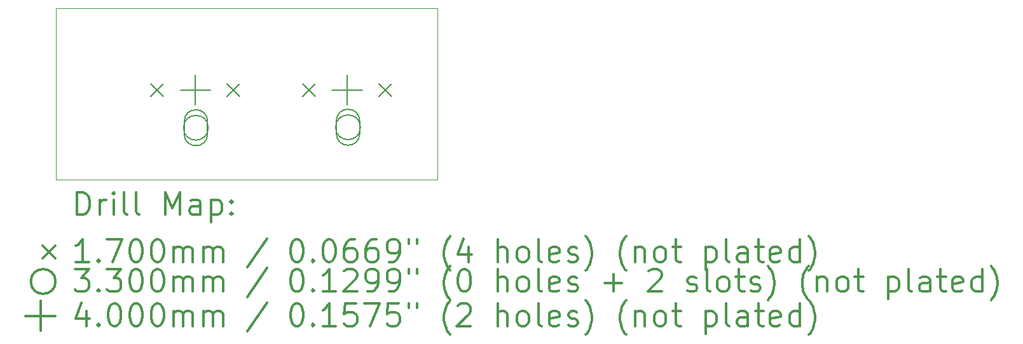
<source format=gbr>
%FSLAX45Y45*%
G04 Gerber Fmt 4.5, Leading zero omitted, Abs format (unit mm)*
G04 Created by KiCad (PCBNEW 5.1.10) date 2021-06-22 00:27:21*
%MOMM*%
%LPD*%
G01*
G04 APERTURE LIST*
%TA.AperFunction,Profile*%
%ADD10C,0.050000*%
%TD*%
%ADD11C,0.200000*%
%ADD12C,0.300000*%
G04 APERTURE END LIST*
D10*
X10922000Y-9652000D02*
X10922000Y-7366000D01*
X16002000Y-9652000D02*
X10922000Y-9652000D01*
X16002000Y-7366000D02*
X16002000Y-9652000D01*
X10922000Y-7366000D02*
X16002000Y-7366000D01*
D11*
X12189100Y-8371150D02*
X12359100Y-8541150D01*
X12359100Y-8371150D02*
X12189100Y-8541150D01*
X13205100Y-8371150D02*
X13375100Y-8541150D01*
X13375100Y-8371150D02*
X13205100Y-8541150D01*
X14209100Y-8371150D02*
X14379100Y-8541150D01*
X14379100Y-8371150D02*
X14209100Y-8541150D01*
X15225100Y-8371150D02*
X15395100Y-8541150D01*
X15395100Y-8371150D02*
X15225100Y-8541150D01*
X12953900Y-8959850D02*
G75*
G03*
X12953900Y-8959850I-165000J0D01*
G01*
X12633900Y-8874850D02*
X12633900Y-9044850D01*
X12943900Y-8874850D02*
X12943900Y-9044850D01*
X12633900Y-9044850D02*
G75*
G03*
X12943900Y-9044850I155000J0D01*
G01*
X12943900Y-8874850D02*
G75*
G03*
X12633900Y-8874850I-155000J0D01*
G01*
X14979550Y-8953500D02*
G75*
G03*
X14979550Y-8953500I-165000J0D01*
G01*
X14659550Y-8868500D02*
X14659550Y-9038500D01*
X14969550Y-8868500D02*
X14969550Y-9038500D01*
X14659550Y-9038500D02*
G75*
G03*
X14969550Y-9038500I155000J0D01*
G01*
X14969550Y-8868500D02*
G75*
G03*
X14659550Y-8868500I-155000J0D01*
G01*
X12782100Y-8256150D02*
X12782100Y-8656150D01*
X12582100Y-8456150D02*
X12982100Y-8456150D01*
X14802100Y-8256150D02*
X14802100Y-8656150D01*
X14602100Y-8456150D02*
X15002100Y-8456150D01*
D12*
X11205928Y-10120214D02*
X11205928Y-9820214D01*
X11277357Y-9820214D01*
X11320214Y-9834500D01*
X11348786Y-9863072D01*
X11363071Y-9891643D01*
X11377357Y-9948786D01*
X11377357Y-9991643D01*
X11363071Y-10048786D01*
X11348786Y-10077357D01*
X11320214Y-10105929D01*
X11277357Y-10120214D01*
X11205928Y-10120214D01*
X11505928Y-10120214D02*
X11505928Y-9920214D01*
X11505928Y-9977357D02*
X11520214Y-9948786D01*
X11534500Y-9934500D01*
X11563071Y-9920214D01*
X11591643Y-9920214D01*
X11691643Y-10120214D02*
X11691643Y-9920214D01*
X11691643Y-9820214D02*
X11677357Y-9834500D01*
X11691643Y-9848786D01*
X11705928Y-9834500D01*
X11691643Y-9820214D01*
X11691643Y-9848786D01*
X11877357Y-10120214D02*
X11848786Y-10105929D01*
X11834500Y-10077357D01*
X11834500Y-9820214D01*
X12034500Y-10120214D02*
X12005928Y-10105929D01*
X11991643Y-10077357D01*
X11991643Y-9820214D01*
X12377357Y-10120214D02*
X12377357Y-9820214D01*
X12477357Y-10034500D01*
X12577357Y-9820214D01*
X12577357Y-10120214D01*
X12848786Y-10120214D02*
X12848786Y-9963072D01*
X12834500Y-9934500D01*
X12805928Y-9920214D01*
X12748786Y-9920214D01*
X12720214Y-9934500D01*
X12848786Y-10105929D02*
X12820214Y-10120214D01*
X12748786Y-10120214D01*
X12720214Y-10105929D01*
X12705928Y-10077357D01*
X12705928Y-10048786D01*
X12720214Y-10020214D01*
X12748786Y-10005929D01*
X12820214Y-10005929D01*
X12848786Y-9991643D01*
X12991643Y-9920214D02*
X12991643Y-10220214D01*
X12991643Y-9934500D02*
X13020214Y-9920214D01*
X13077357Y-9920214D01*
X13105928Y-9934500D01*
X13120214Y-9948786D01*
X13134500Y-9977357D01*
X13134500Y-10063072D01*
X13120214Y-10091643D01*
X13105928Y-10105929D01*
X13077357Y-10120214D01*
X13020214Y-10120214D01*
X12991643Y-10105929D01*
X13263071Y-10091643D02*
X13277357Y-10105929D01*
X13263071Y-10120214D01*
X13248786Y-10105929D01*
X13263071Y-10091643D01*
X13263071Y-10120214D01*
X13263071Y-9934500D02*
X13277357Y-9948786D01*
X13263071Y-9963072D01*
X13248786Y-9948786D01*
X13263071Y-9934500D01*
X13263071Y-9963072D01*
X10749500Y-10529500D02*
X10919500Y-10699500D01*
X10919500Y-10529500D02*
X10749500Y-10699500D01*
X11363071Y-10750214D02*
X11191643Y-10750214D01*
X11277357Y-10750214D02*
X11277357Y-10450214D01*
X11248786Y-10493072D01*
X11220214Y-10521643D01*
X11191643Y-10535929D01*
X11491643Y-10721643D02*
X11505928Y-10735929D01*
X11491643Y-10750214D01*
X11477357Y-10735929D01*
X11491643Y-10721643D01*
X11491643Y-10750214D01*
X11605928Y-10450214D02*
X11805928Y-10450214D01*
X11677357Y-10750214D01*
X11977357Y-10450214D02*
X12005928Y-10450214D01*
X12034500Y-10464500D01*
X12048786Y-10478786D01*
X12063071Y-10507357D01*
X12077357Y-10564500D01*
X12077357Y-10635929D01*
X12063071Y-10693072D01*
X12048786Y-10721643D01*
X12034500Y-10735929D01*
X12005928Y-10750214D01*
X11977357Y-10750214D01*
X11948786Y-10735929D01*
X11934500Y-10721643D01*
X11920214Y-10693072D01*
X11905928Y-10635929D01*
X11905928Y-10564500D01*
X11920214Y-10507357D01*
X11934500Y-10478786D01*
X11948786Y-10464500D01*
X11977357Y-10450214D01*
X12263071Y-10450214D02*
X12291643Y-10450214D01*
X12320214Y-10464500D01*
X12334500Y-10478786D01*
X12348786Y-10507357D01*
X12363071Y-10564500D01*
X12363071Y-10635929D01*
X12348786Y-10693072D01*
X12334500Y-10721643D01*
X12320214Y-10735929D01*
X12291643Y-10750214D01*
X12263071Y-10750214D01*
X12234500Y-10735929D01*
X12220214Y-10721643D01*
X12205928Y-10693072D01*
X12191643Y-10635929D01*
X12191643Y-10564500D01*
X12205928Y-10507357D01*
X12220214Y-10478786D01*
X12234500Y-10464500D01*
X12263071Y-10450214D01*
X12491643Y-10750214D02*
X12491643Y-10550214D01*
X12491643Y-10578786D02*
X12505928Y-10564500D01*
X12534500Y-10550214D01*
X12577357Y-10550214D01*
X12605928Y-10564500D01*
X12620214Y-10593072D01*
X12620214Y-10750214D01*
X12620214Y-10593072D02*
X12634500Y-10564500D01*
X12663071Y-10550214D01*
X12705928Y-10550214D01*
X12734500Y-10564500D01*
X12748786Y-10593072D01*
X12748786Y-10750214D01*
X12891643Y-10750214D02*
X12891643Y-10550214D01*
X12891643Y-10578786D02*
X12905928Y-10564500D01*
X12934500Y-10550214D01*
X12977357Y-10550214D01*
X13005928Y-10564500D01*
X13020214Y-10593072D01*
X13020214Y-10750214D01*
X13020214Y-10593072D02*
X13034500Y-10564500D01*
X13063071Y-10550214D01*
X13105928Y-10550214D01*
X13134500Y-10564500D01*
X13148786Y-10593072D01*
X13148786Y-10750214D01*
X13734500Y-10435929D02*
X13477357Y-10821643D01*
X14120214Y-10450214D02*
X14148786Y-10450214D01*
X14177357Y-10464500D01*
X14191643Y-10478786D01*
X14205928Y-10507357D01*
X14220214Y-10564500D01*
X14220214Y-10635929D01*
X14205928Y-10693072D01*
X14191643Y-10721643D01*
X14177357Y-10735929D01*
X14148786Y-10750214D01*
X14120214Y-10750214D01*
X14091643Y-10735929D01*
X14077357Y-10721643D01*
X14063071Y-10693072D01*
X14048786Y-10635929D01*
X14048786Y-10564500D01*
X14063071Y-10507357D01*
X14077357Y-10478786D01*
X14091643Y-10464500D01*
X14120214Y-10450214D01*
X14348786Y-10721643D02*
X14363071Y-10735929D01*
X14348786Y-10750214D01*
X14334500Y-10735929D01*
X14348786Y-10721643D01*
X14348786Y-10750214D01*
X14548786Y-10450214D02*
X14577357Y-10450214D01*
X14605928Y-10464500D01*
X14620214Y-10478786D01*
X14634500Y-10507357D01*
X14648786Y-10564500D01*
X14648786Y-10635929D01*
X14634500Y-10693072D01*
X14620214Y-10721643D01*
X14605928Y-10735929D01*
X14577357Y-10750214D01*
X14548786Y-10750214D01*
X14520214Y-10735929D01*
X14505928Y-10721643D01*
X14491643Y-10693072D01*
X14477357Y-10635929D01*
X14477357Y-10564500D01*
X14491643Y-10507357D01*
X14505928Y-10478786D01*
X14520214Y-10464500D01*
X14548786Y-10450214D01*
X14905928Y-10450214D02*
X14848786Y-10450214D01*
X14820214Y-10464500D01*
X14805928Y-10478786D01*
X14777357Y-10521643D01*
X14763071Y-10578786D01*
X14763071Y-10693072D01*
X14777357Y-10721643D01*
X14791643Y-10735929D01*
X14820214Y-10750214D01*
X14877357Y-10750214D01*
X14905928Y-10735929D01*
X14920214Y-10721643D01*
X14934500Y-10693072D01*
X14934500Y-10621643D01*
X14920214Y-10593072D01*
X14905928Y-10578786D01*
X14877357Y-10564500D01*
X14820214Y-10564500D01*
X14791643Y-10578786D01*
X14777357Y-10593072D01*
X14763071Y-10621643D01*
X15191643Y-10450214D02*
X15134500Y-10450214D01*
X15105928Y-10464500D01*
X15091643Y-10478786D01*
X15063071Y-10521643D01*
X15048786Y-10578786D01*
X15048786Y-10693072D01*
X15063071Y-10721643D01*
X15077357Y-10735929D01*
X15105928Y-10750214D01*
X15163071Y-10750214D01*
X15191643Y-10735929D01*
X15205928Y-10721643D01*
X15220214Y-10693072D01*
X15220214Y-10621643D01*
X15205928Y-10593072D01*
X15191643Y-10578786D01*
X15163071Y-10564500D01*
X15105928Y-10564500D01*
X15077357Y-10578786D01*
X15063071Y-10593072D01*
X15048786Y-10621643D01*
X15363071Y-10750214D02*
X15420214Y-10750214D01*
X15448786Y-10735929D01*
X15463071Y-10721643D01*
X15491643Y-10678786D01*
X15505928Y-10621643D01*
X15505928Y-10507357D01*
X15491643Y-10478786D01*
X15477357Y-10464500D01*
X15448786Y-10450214D01*
X15391643Y-10450214D01*
X15363071Y-10464500D01*
X15348786Y-10478786D01*
X15334500Y-10507357D01*
X15334500Y-10578786D01*
X15348786Y-10607357D01*
X15363071Y-10621643D01*
X15391643Y-10635929D01*
X15448786Y-10635929D01*
X15477357Y-10621643D01*
X15491643Y-10607357D01*
X15505928Y-10578786D01*
X15620214Y-10450214D02*
X15620214Y-10507357D01*
X15734500Y-10450214D02*
X15734500Y-10507357D01*
X16177357Y-10864500D02*
X16163071Y-10850214D01*
X16134500Y-10807357D01*
X16120214Y-10778786D01*
X16105928Y-10735929D01*
X16091643Y-10664500D01*
X16091643Y-10607357D01*
X16105928Y-10535929D01*
X16120214Y-10493072D01*
X16134500Y-10464500D01*
X16163071Y-10421643D01*
X16177357Y-10407357D01*
X16420214Y-10550214D02*
X16420214Y-10750214D01*
X16348786Y-10435929D02*
X16277357Y-10650214D01*
X16463071Y-10650214D01*
X16805928Y-10750214D02*
X16805928Y-10450214D01*
X16934500Y-10750214D02*
X16934500Y-10593072D01*
X16920214Y-10564500D01*
X16891643Y-10550214D01*
X16848786Y-10550214D01*
X16820214Y-10564500D01*
X16805928Y-10578786D01*
X17120214Y-10750214D02*
X17091643Y-10735929D01*
X17077357Y-10721643D01*
X17063071Y-10693072D01*
X17063071Y-10607357D01*
X17077357Y-10578786D01*
X17091643Y-10564500D01*
X17120214Y-10550214D01*
X17163071Y-10550214D01*
X17191643Y-10564500D01*
X17205928Y-10578786D01*
X17220214Y-10607357D01*
X17220214Y-10693072D01*
X17205928Y-10721643D01*
X17191643Y-10735929D01*
X17163071Y-10750214D01*
X17120214Y-10750214D01*
X17391643Y-10750214D02*
X17363071Y-10735929D01*
X17348786Y-10707357D01*
X17348786Y-10450214D01*
X17620214Y-10735929D02*
X17591643Y-10750214D01*
X17534500Y-10750214D01*
X17505928Y-10735929D01*
X17491643Y-10707357D01*
X17491643Y-10593072D01*
X17505928Y-10564500D01*
X17534500Y-10550214D01*
X17591643Y-10550214D01*
X17620214Y-10564500D01*
X17634500Y-10593072D01*
X17634500Y-10621643D01*
X17491643Y-10650214D01*
X17748786Y-10735929D02*
X17777357Y-10750214D01*
X17834500Y-10750214D01*
X17863071Y-10735929D01*
X17877357Y-10707357D01*
X17877357Y-10693072D01*
X17863071Y-10664500D01*
X17834500Y-10650214D01*
X17791643Y-10650214D01*
X17763071Y-10635929D01*
X17748786Y-10607357D01*
X17748786Y-10593072D01*
X17763071Y-10564500D01*
X17791643Y-10550214D01*
X17834500Y-10550214D01*
X17863071Y-10564500D01*
X17977357Y-10864500D02*
X17991643Y-10850214D01*
X18020214Y-10807357D01*
X18034500Y-10778786D01*
X18048786Y-10735929D01*
X18063071Y-10664500D01*
X18063071Y-10607357D01*
X18048786Y-10535929D01*
X18034500Y-10493072D01*
X18020214Y-10464500D01*
X17991643Y-10421643D01*
X17977357Y-10407357D01*
X18520214Y-10864500D02*
X18505928Y-10850214D01*
X18477357Y-10807357D01*
X18463071Y-10778786D01*
X18448786Y-10735929D01*
X18434500Y-10664500D01*
X18434500Y-10607357D01*
X18448786Y-10535929D01*
X18463071Y-10493072D01*
X18477357Y-10464500D01*
X18505928Y-10421643D01*
X18520214Y-10407357D01*
X18634500Y-10550214D02*
X18634500Y-10750214D01*
X18634500Y-10578786D02*
X18648786Y-10564500D01*
X18677357Y-10550214D01*
X18720214Y-10550214D01*
X18748786Y-10564500D01*
X18763071Y-10593072D01*
X18763071Y-10750214D01*
X18948786Y-10750214D02*
X18920214Y-10735929D01*
X18905928Y-10721643D01*
X18891643Y-10693072D01*
X18891643Y-10607357D01*
X18905928Y-10578786D01*
X18920214Y-10564500D01*
X18948786Y-10550214D01*
X18991643Y-10550214D01*
X19020214Y-10564500D01*
X19034500Y-10578786D01*
X19048786Y-10607357D01*
X19048786Y-10693072D01*
X19034500Y-10721643D01*
X19020214Y-10735929D01*
X18991643Y-10750214D01*
X18948786Y-10750214D01*
X19134500Y-10550214D02*
X19248786Y-10550214D01*
X19177357Y-10450214D02*
X19177357Y-10707357D01*
X19191643Y-10735929D01*
X19220214Y-10750214D01*
X19248786Y-10750214D01*
X19577357Y-10550214D02*
X19577357Y-10850214D01*
X19577357Y-10564500D02*
X19605928Y-10550214D01*
X19663071Y-10550214D01*
X19691643Y-10564500D01*
X19705928Y-10578786D01*
X19720214Y-10607357D01*
X19720214Y-10693072D01*
X19705928Y-10721643D01*
X19691643Y-10735929D01*
X19663071Y-10750214D01*
X19605928Y-10750214D01*
X19577357Y-10735929D01*
X19891643Y-10750214D02*
X19863071Y-10735929D01*
X19848786Y-10707357D01*
X19848786Y-10450214D01*
X20134500Y-10750214D02*
X20134500Y-10593072D01*
X20120214Y-10564500D01*
X20091643Y-10550214D01*
X20034500Y-10550214D01*
X20005928Y-10564500D01*
X20134500Y-10735929D02*
X20105928Y-10750214D01*
X20034500Y-10750214D01*
X20005928Y-10735929D01*
X19991643Y-10707357D01*
X19991643Y-10678786D01*
X20005928Y-10650214D01*
X20034500Y-10635929D01*
X20105928Y-10635929D01*
X20134500Y-10621643D01*
X20234500Y-10550214D02*
X20348786Y-10550214D01*
X20277357Y-10450214D02*
X20277357Y-10707357D01*
X20291643Y-10735929D01*
X20320214Y-10750214D01*
X20348786Y-10750214D01*
X20563071Y-10735929D02*
X20534500Y-10750214D01*
X20477357Y-10750214D01*
X20448786Y-10735929D01*
X20434500Y-10707357D01*
X20434500Y-10593072D01*
X20448786Y-10564500D01*
X20477357Y-10550214D01*
X20534500Y-10550214D01*
X20563071Y-10564500D01*
X20577357Y-10593072D01*
X20577357Y-10621643D01*
X20434500Y-10650214D01*
X20834500Y-10750214D02*
X20834500Y-10450214D01*
X20834500Y-10735929D02*
X20805928Y-10750214D01*
X20748786Y-10750214D01*
X20720214Y-10735929D01*
X20705928Y-10721643D01*
X20691643Y-10693072D01*
X20691643Y-10607357D01*
X20705928Y-10578786D01*
X20720214Y-10564500D01*
X20748786Y-10550214D01*
X20805928Y-10550214D01*
X20834500Y-10564500D01*
X20948786Y-10864500D02*
X20963071Y-10850214D01*
X20991643Y-10807357D01*
X21005928Y-10778786D01*
X21020214Y-10735929D01*
X21034500Y-10664500D01*
X21034500Y-10607357D01*
X21020214Y-10535929D01*
X21005928Y-10493072D01*
X20991643Y-10464500D01*
X20963071Y-10421643D01*
X20948786Y-10407357D01*
X10919500Y-11010500D02*
G75*
G03*
X10919500Y-11010500I-165000J0D01*
G01*
X11177357Y-10846214D02*
X11363071Y-10846214D01*
X11263071Y-10960500D01*
X11305928Y-10960500D01*
X11334500Y-10974786D01*
X11348786Y-10989072D01*
X11363071Y-11017643D01*
X11363071Y-11089072D01*
X11348786Y-11117643D01*
X11334500Y-11131929D01*
X11305928Y-11146214D01*
X11220214Y-11146214D01*
X11191643Y-11131929D01*
X11177357Y-11117643D01*
X11491643Y-11117643D02*
X11505928Y-11131929D01*
X11491643Y-11146214D01*
X11477357Y-11131929D01*
X11491643Y-11117643D01*
X11491643Y-11146214D01*
X11605928Y-10846214D02*
X11791643Y-10846214D01*
X11691643Y-10960500D01*
X11734500Y-10960500D01*
X11763071Y-10974786D01*
X11777357Y-10989072D01*
X11791643Y-11017643D01*
X11791643Y-11089072D01*
X11777357Y-11117643D01*
X11763071Y-11131929D01*
X11734500Y-11146214D01*
X11648786Y-11146214D01*
X11620214Y-11131929D01*
X11605928Y-11117643D01*
X11977357Y-10846214D02*
X12005928Y-10846214D01*
X12034500Y-10860500D01*
X12048786Y-10874786D01*
X12063071Y-10903357D01*
X12077357Y-10960500D01*
X12077357Y-11031929D01*
X12063071Y-11089072D01*
X12048786Y-11117643D01*
X12034500Y-11131929D01*
X12005928Y-11146214D01*
X11977357Y-11146214D01*
X11948786Y-11131929D01*
X11934500Y-11117643D01*
X11920214Y-11089072D01*
X11905928Y-11031929D01*
X11905928Y-10960500D01*
X11920214Y-10903357D01*
X11934500Y-10874786D01*
X11948786Y-10860500D01*
X11977357Y-10846214D01*
X12263071Y-10846214D02*
X12291643Y-10846214D01*
X12320214Y-10860500D01*
X12334500Y-10874786D01*
X12348786Y-10903357D01*
X12363071Y-10960500D01*
X12363071Y-11031929D01*
X12348786Y-11089072D01*
X12334500Y-11117643D01*
X12320214Y-11131929D01*
X12291643Y-11146214D01*
X12263071Y-11146214D01*
X12234500Y-11131929D01*
X12220214Y-11117643D01*
X12205928Y-11089072D01*
X12191643Y-11031929D01*
X12191643Y-10960500D01*
X12205928Y-10903357D01*
X12220214Y-10874786D01*
X12234500Y-10860500D01*
X12263071Y-10846214D01*
X12491643Y-11146214D02*
X12491643Y-10946214D01*
X12491643Y-10974786D02*
X12505928Y-10960500D01*
X12534500Y-10946214D01*
X12577357Y-10946214D01*
X12605928Y-10960500D01*
X12620214Y-10989072D01*
X12620214Y-11146214D01*
X12620214Y-10989072D02*
X12634500Y-10960500D01*
X12663071Y-10946214D01*
X12705928Y-10946214D01*
X12734500Y-10960500D01*
X12748786Y-10989072D01*
X12748786Y-11146214D01*
X12891643Y-11146214D02*
X12891643Y-10946214D01*
X12891643Y-10974786D02*
X12905928Y-10960500D01*
X12934500Y-10946214D01*
X12977357Y-10946214D01*
X13005928Y-10960500D01*
X13020214Y-10989072D01*
X13020214Y-11146214D01*
X13020214Y-10989072D02*
X13034500Y-10960500D01*
X13063071Y-10946214D01*
X13105928Y-10946214D01*
X13134500Y-10960500D01*
X13148786Y-10989072D01*
X13148786Y-11146214D01*
X13734500Y-10831929D02*
X13477357Y-11217643D01*
X14120214Y-10846214D02*
X14148786Y-10846214D01*
X14177357Y-10860500D01*
X14191643Y-10874786D01*
X14205928Y-10903357D01*
X14220214Y-10960500D01*
X14220214Y-11031929D01*
X14205928Y-11089072D01*
X14191643Y-11117643D01*
X14177357Y-11131929D01*
X14148786Y-11146214D01*
X14120214Y-11146214D01*
X14091643Y-11131929D01*
X14077357Y-11117643D01*
X14063071Y-11089072D01*
X14048786Y-11031929D01*
X14048786Y-10960500D01*
X14063071Y-10903357D01*
X14077357Y-10874786D01*
X14091643Y-10860500D01*
X14120214Y-10846214D01*
X14348786Y-11117643D02*
X14363071Y-11131929D01*
X14348786Y-11146214D01*
X14334500Y-11131929D01*
X14348786Y-11117643D01*
X14348786Y-11146214D01*
X14648786Y-11146214D02*
X14477357Y-11146214D01*
X14563071Y-11146214D02*
X14563071Y-10846214D01*
X14534500Y-10889072D01*
X14505928Y-10917643D01*
X14477357Y-10931929D01*
X14763071Y-10874786D02*
X14777357Y-10860500D01*
X14805928Y-10846214D01*
X14877357Y-10846214D01*
X14905928Y-10860500D01*
X14920214Y-10874786D01*
X14934500Y-10903357D01*
X14934500Y-10931929D01*
X14920214Y-10974786D01*
X14748786Y-11146214D01*
X14934500Y-11146214D01*
X15077357Y-11146214D02*
X15134500Y-11146214D01*
X15163071Y-11131929D01*
X15177357Y-11117643D01*
X15205928Y-11074786D01*
X15220214Y-11017643D01*
X15220214Y-10903357D01*
X15205928Y-10874786D01*
X15191643Y-10860500D01*
X15163071Y-10846214D01*
X15105928Y-10846214D01*
X15077357Y-10860500D01*
X15063071Y-10874786D01*
X15048786Y-10903357D01*
X15048786Y-10974786D01*
X15063071Y-11003357D01*
X15077357Y-11017643D01*
X15105928Y-11031929D01*
X15163071Y-11031929D01*
X15191643Y-11017643D01*
X15205928Y-11003357D01*
X15220214Y-10974786D01*
X15363071Y-11146214D02*
X15420214Y-11146214D01*
X15448786Y-11131929D01*
X15463071Y-11117643D01*
X15491643Y-11074786D01*
X15505928Y-11017643D01*
X15505928Y-10903357D01*
X15491643Y-10874786D01*
X15477357Y-10860500D01*
X15448786Y-10846214D01*
X15391643Y-10846214D01*
X15363071Y-10860500D01*
X15348786Y-10874786D01*
X15334500Y-10903357D01*
X15334500Y-10974786D01*
X15348786Y-11003357D01*
X15363071Y-11017643D01*
X15391643Y-11031929D01*
X15448786Y-11031929D01*
X15477357Y-11017643D01*
X15491643Y-11003357D01*
X15505928Y-10974786D01*
X15620214Y-10846214D02*
X15620214Y-10903357D01*
X15734500Y-10846214D02*
X15734500Y-10903357D01*
X16177357Y-11260500D02*
X16163071Y-11246214D01*
X16134500Y-11203357D01*
X16120214Y-11174786D01*
X16105928Y-11131929D01*
X16091643Y-11060500D01*
X16091643Y-11003357D01*
X16105928Y-10931929D01*
X16120214Y-10889072D01*
X16134500Y-10860500D01*
X16163071Y-10817643D01*
X16177357Y-10803357D01*
X16348786Y-10846214D02*
X16377357Y-10846214D01*
X16405928Y-10860500D01*
X16420214Y-10874786D01*
X16434500Y-10903357D01*
X16448786Y-10960500D01*
X16448786Y-11031929D01*
X16434500Y-11089072D01*
X16420214Y-11117643D01*
X16405928Y-11131929D01*
X16377357Y-11146214D01*
X16348786Y-11146214D01*
X16320214Y-11131929D01*
X16305928Y-11117643D01*
X16291643Y-11089072D01*
X16277357Y-11031929D01*
X16277357Y-10960500D01*
X16291643Y-10903357D01*
X16305928Y-10874786D01*
X16320214Y-10860500D01*
X16348786Y-10846214D01*
X16805928Y-11146214D02*
X16805928Y-10846214D01*
X16934500Y-11146214D02*
X16934500Y-10989072D01*
X16920214Y-10960500D01*
X16891643Y-10946214D01*
X16848786Y-10946214D01*
X16820214Y-10960500D01*
X16805928Y-10974786D01*
X17120214Y-11146214D02*
X17091643Y-11131929D01*
X17077357Y-11117643D01*
X17063071Y-11089072D01*
X17063071Y-11003357D01*
X17077357Y-10974786D01*
X17091643Y-10960500D01*
X17120214Y-10946214D01*
X17163071Y-10946214D01*
X17191643Y-10960500D01*
X17205928Y-10974786D01*
X17220214Y-11003357D01*
X17220214Y-11089072D01*
X17205928Y-11117643D01*
X17191643Y-11131929D01*
X17163071Y-11146214D01*
X17120214Y-11146214D01*
X17391643Y-11146214D02*
X17363071Y-11131929D01*
X17348786Y-11103357D01*
X17348786Y-10846214D01*
X17620214Y-11131929D02*
X17591643Y-11146214D01*
X17534500Y-11146214D01*
X17505928Y-11131929D01*
X17491643Y-11103357D01*
X17491643Y-10989072D01*
X17505928Y-10960500D01*
X17534500Y-10946214D01*
X17591643Y-10946214D01*
X17620214Y-10960500D01*
X17634500Y-10989072D01*
X17634500Y-11017643D01*
X17491643Y-11046214D01*
X17748786Y-11131929D02*
X17777357Y-11146214D01*
X17834500Y-11146214D01*
X17863071Y-11131929D01*
X17877357Y-11103357D01*
X17877357Y-11089072D01*
X17863071Y-11060500D01*
X17834500Y-11046214D01*
X17791643Y-11046214D01*
X17763071Y-11031929D01*
X17748786Y-11003357D01*
X17748786Y-10989072D01*
X17763071Y-10960500D01*
X17791643Y-10946214D01*
X17834500Y-10946214D01*
X17863071Y-10960500D01*
X18234500Y-11031929D02*
X18463071Y-11031929D01*
X18348786Y-11146214D02*
X18348786Y-10917643D01*
X18820214Y-10874786D02*
X18834500Y-10860500D01*
X18863071Y-10846214D01*
X18934500Y-10846214D01*
X18963071Y-10860500D01*
X18977357Y-10874786D01*
X18991643Y-10903357D01*
X18991643Y-10931929D01*
X18977357Y-10974786D01*
X18805928Y-11146214D01*
X18991643Y-11146214D01*
X19334500Y-11131929D02*
X19363071Y-11146214D01*
X19420214Y-11146214D01*
X19448786Y-11131929D01*
X19463071Y-11103357D01*
X19463071Y-11089072D01*
X19448786Y-11060500D01*
X19420214Y-11046214D01*
X19377357Y-11046214D01*
X19348786Y-11031929D01*
X19334500Y-11003357D01*
X19334500Y-10989072D01*
X19348786Y-10960500D01*
X19377357Y-10946214D01*
X19420214Y-10946214D01*
X19448786Y-10960500D01*
X19634500Y-11146214D02*
X19605928Y-11131929D01*
X19591643Y-11103357D01*
X19591643Y-10846214D01*
X19791643Y-11146214D02*
X19763071Y-11131929D01*
X19748786Y-11117643D01*
X19734500Y-11089072D01*
X19734500Y-11003357D01*
X19748786Y-10974786D01*
X19763071Y-10960500D01*
X19791643Y-10946214D01*
X19834500Y-10946214D01*
X19863071Y-10960500D01*
X19877357Y-10974786D01*
X19891643Y-11003357D01*
X19891643Y-11089072D01*
X19877357Y-11117643D01*
X19863071Y-11131929D01*
X19834500Y-11146214D01*
X19791643Y-11146214D01*
X19977357Y-10946214D02*
X20091643Y-10946214D01*
X20020214Y-10846214D02*
X20020214Y-11103357D01*
X20034500Y-11131929D01*
X20063071Y-11146214D01*
X20091643Y-11146214D01*
X20177357Y-11131929D02*
X20205928Y-11146214D01*
X20263071Y-11146214D01*
X20291643Y-11131929D01*
X20305928Y-11103357D01*
X20305928Y-11089072D01*
X20291643Y-11060500D01*
X20263071Y-11046214D01*
X20220214Y-11046214D01*
X20191643Y-11031929D01*
X20177357Y-11003357D01*
X20177357Y-10989072D01*
X20191643Y-10960500D01*
X20220214Y-10946214D01*
X20263071Y-10946214D01*
X20291643Y-10960500D01*
X20405928Y-11260500D02*
X20420214Y-11246214D01*
X20448786Y-11203357D01*
X20463071Y-11174786D01*
X20477357Y-11131929D01*
X20491643Y-11060500D01*
X20491643Y-11003357D01*
X20477357Y-10931929D01*
X20463071Y-10889072D01*
X20448786Y-10860500D01*
X20420214Y-10817643D01*
X20405928Y-10803357D01*
X20948786Y-11260500D02*
X20934500Y-11246214D01*
X20905928Y-11203357D01*
X20891643Y-11174786D01*
X20877357Y-11131929D01*
X20863071Y-11060500D01*
X20863071Y-11003357D01*
X20877357Y-10931929D01*
X20891643Y-10889072D01*
X20905928Y-10860500D01*
X20934500Y-10817643D01*
X20948786Y-10803357D01*
X21063071Y-10946214D02*
X21063071Y-11146214D01*
X21063071Y-10974786D02*
X21077357Y-10960500D01*
X21105928Y-10946214D01*
X21148786Y-10946214D01*
X21177357Y-10960500D01*
X21191643Y-10989072D01*
X21191643Y-11146214D01*
X21377357Y-11146214D02*
X21348786Y-11131929D01*
X21334500Y-11117643D01*
X21320214Y-11089072D01*
X21320214Y-11003357D01*
X21334500Y-10974786D01*
X21348786Y-10960500D01*
X21377357Y-10946214D01*
X21420214Y-10946214D01*
X21448786Y-10960500D01*
X21463071Y-10974786D01*
X21477357Y-11003357D01*
X21477357Y-11089072D01*
X21463071Y-11117643D01*
X21448786Y-11131929D01*
X21420214Y-11146214D01*
X21377357Y-11146214D01*
X21563071Y-10946214D02*
X21677357Y-10946214D01*
X21605928Y-10846214D02*
X21605928Y-11103357D01*
X21620214Y-11131929D01*
X21648786Y-11146214D01*
X21677357Y-11146214D01*
X22005928Y-10946214D02*
X22005928Y-11246214D01*
X22005928Y-10960500D02*
X22034500Y-10946214D01*
X22091643Y-10946214D01*
X22120214Y-10960500D01*
X22134500Y-10974786D01*
X22148786Y-11003357D01*
X22148786Y-11089072D01*
X22134500Y-11117643D01*
X22120214Y-11131929D01*
X22091643Y-11146214D01*
X22034500Y-11146214D01*
X22005928Y-11131929D01*
X22320214Y-11146214D02*
X22291643Y-11131929D01*
X22277357Y-11103357D01*
X22277357Y-10846214D01*
X22563071Y-11146214D02*
X22563071Y-10989072D01*
X22548786Y-10960500D01*
X22520214Y-10946214D01*
X22463071Y-10946214D01*
X22434500Y-10960500D01*
X22563071Y-11131929D02*
X22534500Y-11146214D01*
X22463071Y-11146214D01*
X22434500Y-11131929D01*
X22420214Y-11103357D01*
X22420214Y-11074786D01*
X22434500Y-11046214D01*
X22463071Y-11031929D01*
X22534500Y-11031929D01*
X22563071Y-11017643D01*
X22663071Y-10946214D02*
X22777357Y-10946214D01*
X22705928Y-10846214D02*
X22705928Y-11103357D01*
X22720214Y-11131929D01*
X22748786Y-11146214D01*
X22777357Y-11146214D01*
X22991643Y-11131929D02*
X22963071Y-11146214D01*
X22905928Y-11146214D01*
X22877357Y-11131929D01*
X22863071Y-11103357D01*
X22863071Y-10989072D01*
X22877357Y-10960500D01*
X22905928Y-10946214D01*
X22963071Y-10946214D01*
X22991643Y-10960500D01*
X23005928Y-10989072D01*
X23005928Y-11017643D01*
X22863071Y-11046214D01*
X23263071Y-11146214D02*
X23263071Y-10846214D01*
X23263071Y-11131929D02*
X23234500Y-11146214D01*
X23177357Y-11146214D01*
X23148786Y-11131929D01*
X23134500Y-11117643D01*
X23120214Y-11089072D01*
X23120214Y-11003357D01*
X23134500Y-10974786D01*
X23148786Y-10960500D01*
X23177357Y-10946214D01*
X23234500Y-10946214D01*
X23263071Y-10960500D01*
X23377357Y-11260500D02*
X23391643Y-11246214D01*
X23420214Y-11203357D01*
X23434500Y-11174786D01*
X23448786Y-11131929D01*
X23463071Y-11060500D01*
X23463071Y-11003357D01*
X23448786Y-10931929D01*
X23434500Y-10889072D01*
X23420214Y-10860500D01*
X23391643Y-10817643D01*
X23377357Y-10803357D01*
X10719500Y-11270500D02*
X10719500Y-11670500D01*
X10519500Y-11470500D02*
X10919500Y-11470500D01*
X11334500Y-11406214D02*
X11334500Y-11606214D01*
X11263071Y-11291929D02*
X11191643Y-11506214D01*
X11377357Y-11506214D01*
X11491643Y-11577643D02*
X11505928Y-11591929D01*
X11491643Y-11606214D01*
X11477357Y-11591929D01*
X11491643Y-11577643D01*
X11491643Y-11606214D01*
X11691643Y-11306214D02*
X11720214Y-11306214D01*
X11748786Y-11320500D01*
X11763071Y-11334786D01*
X11777357Y-11363357D01*
X11791643Y-11420500D01*
X11791643Y-11491929D01*
X11777357Y-11549071D01*
X11763071Y-11577643D01*
X11748786Y-11591929D01*
X11720214Y-11606214D01*
X11691643Y-11606214D01*
X11663071Y-11591929D01*
X11648786Y-11577643D01*
X11634500Y-11549071D01*
X11620214Y-11491929D01*
X11620214Y-11420500D01*
X11634500Y-11363357D01*
X11648786Y-11334786D01*
X11663071Y-11320500D01*
X11691643Y-11306214D01*
X11977357Y-11306214D02*
X12005928Y-11306214D01*
X12034500Y-11320500D01*
X12048786Y-11334786D01*
X12063071Y-11363357D01*
X12077357Y-11420500D01*
X12077357Y-11491929D01*
X12063071Y-11549071D01*
X12048786Y-11577643D01*
X12034500Y-11591929D01*
X12005928Y-11606214D01*
X11977357Y-11606214D01*
X11948786Y-11591929D01*
X11934500Y-11577643D01*
X11920214Y-11549071D01*
X11905928Y-11491929D01*
X11905928Y-11420500D01*
X11920214Y-11363357D01*
X11934500Y-11334786D01*
X11948786Y-11320500D01*
X11977357Y-11306214D01*
X12263071Y-11306214D02*
X12291643Y-11306214D01*
X12320214Y-11320500D01*
X12334500Y-11334786D01*
X12348786Y-11363357D01*
X12363071Y-11420500D01*
X12363071Y-11491929D01*
X12348786Y-11549071D01*
X12334500Y-11577643D01*
X12320214Y-11591929D01*
X12291643Y-11606214D01*
X12263071Y-11606214D01*
X12234500Y-11591929D01*
X12220214Y-11577643D01*
X12205928Y-11549071D01*
X12191643Y-11491929D01*
X12191643Y-11420500D01*
X12205928Y-11363357D01*
X12220214Y-11334786D01*
X12234500Y-11320500D01*
X12263071Y-11306214D01*
X12491643Y-11606214D02*
X12491643Y-11406214D01*
X12491643Y-11434786D02*
X12505928Y-11420500D01*
X12534500Y-11406214D01*
X12577357Y-11406214D01*
X12605928Y-11420500D01*
X12620214Y-11449071D01*
X12620214Y-11606214D01*
X12620214Y-11449071D02*
X12634500Y-11420500D01*
X12663071Y-11406214D01*
X12705928Y-11406214D01*
X12734500Y-11420500D01*
X12748786Y-11449071D01*
X12748786Y-11606214D01*
X12891643Y-11606214D02*
X12891643Y-11406214D01*
X12891643Y-11434786D02*
X12905928Y-11420500D01*
X12934500Y-11406214D01*
X12977357Y-11406214D01*
X13005928Y-11420500D01*
X13020214Y-11449071D01*
X13020214Y-11606214D01*
X13020214Y-11449071D02*
X13034500Y-11420500D01*
X13063071Y-11406214D01*
X13105928Y-11406214D01*
X13134500Y-11420500D01*
X13148786Y-11449071D01*
X13148786Y-11606214D01*
X13734500Y-11291929D02*
X13477357Y-11677643D01*
X14120214Y-11306214D02*
X14148786Y-11306214D01*
X14177357Y-11320500D01*
X14191643Y-11334786D01*
X14205928Y-11363357D01*
X14220214Y-11420500D01*
X14220214Y-11491929D01*
X14205928Y-11549071D01*
X14191643Y-11577643D01*
X14177357Y-11591929D01*
X14148786Y-11606214D01*
X14120214Y-11606214D01*
X14091643Y-11591929D01*
X14077357Y-11577643D01*
X14063071Y-11549071D01*
X14048786Y-11491929D01*
X14048786Y-11420500D01*
X14063071Y-11363357D01*
X14077357Y-11334786D01*
X14091643Y-11320500D01*
X14120214Y-11306214D01*
X14348786Y-11577643D02*
X14363071Y-11591929D01*
X14348786Y-11606214D01*
X14334500Y-11591929D01*
X14348786Y-11577643D01*
X14348786Y-11606214D01*
X14648786Y-11606214D02*
X14477357Y-11606214D01*
X14563071Y-11606214D02*
X14563071Y-11306214D01*
X14534500Y-11349071D01*
X14505928Y-11377643D01*
X14477357Y-11391929D01*
X14920214Y-11306214D02*
X14777357Y-11306214D01*
X14763071Y-11449071D01*
X14777357Y-11434786D01*
X14805928Y-11420500D01*
X14877357Y-11420500D01*
X14905928Y-11434786D01*
X14920214Y-11449071D01*
X14934500Y-11477643D01*
X14934500Y-11549071D01*
X14920214Y-11577643D01*
X14905928Y-11591929D01*
X14877357Y-11606214D01*
X14805928Y-11606214D01*
X14777357Y-11591929D01*
X14763071Y-11577643D01*
X15034500Y-11306214D02*
X15234500Y-11306214D01*
X15105928Y-11606214D01*
X15491643Y-11306214D02*
X15348786Y-11306214D01*
X15334500Y-11449071D01*
X15348786Y-11434786D01*
X15377357Y-11420500D01*
X15448786Y-11420500D01*
X15477357Y-11434786D01*
X15491643Y-11449071D01*
X15505928Y-11477643D01*
X15505928Y-11549071D01*
X15491643Y-11577643D01*
X15477357Y-11591929D01*
X15448786Y-11606214D01*
X15377357Y-11606214D01*
X15348786Y-11591929D01*
X15334500Y-11577643D01*
X15620214Y-11306214D02*
X15620214Y-11363357D01*
X15734500Y-11306214D02*
X15734500Y-11363357D01*
X16177357Y-11720500D02*
X16163071Y-11706214D01*
X16134500Y-11663357D01*
X16120214Y-11634786D01*
X16105928Y-11591929D01*
X16091643Y-11520500D01*
X16091643Y-11463357D01*
X16105928Y-11391929D01*
X16120214Y-11349071D01*
X16134500Y-11320500D01*
X16163071Y-11277643D01*
X16177357Y-11263357D01*
X16277357Y-11334786D02*
X16291643Y-11320500D01*
X16320214Y-11306214D01*
X16391643Y-11306214D01*
X16420214Y-11320500D01*
X16434500Y-11334786D01*
X16448786Y-11363357D01*
X16448786Y-11391929D01*
X16434500Y-11434786D01*
X16263071Y-11606214D01*
X16448786Y-11606214D01*
X16805928Y-11606214D02*
X16805928Y-11306214D01*
X16934500Y-11606214D02*
X16934500Y-11449071D01*
X16920214Y-11420500D01*
X16891643Y-11406214D01*
X16848786Y-11406214D01*
X16820214Y-11420500D01*
X16805928Y-11434786D01*
X17120214Y-11606214D02*
X17091643Y-11591929D01*
X17077357Y-11577643D01*
X17063071Y-11549071D01*
X17063071Y-11463357D01*
X17077357Y-11434786D01*
X17091643Y-11420500D01*
X17120214Y-11406214D01*
X17163071Y-11406214D01*
X17191643Y-11420500D01*
X17205928Y-11434786D01*
X17220214Y-11463357D01*
X17220214Y-11549071D01*
X17205928Y-11577643D01*
X17191643Y-11591929D01*
X17163071Y-11606214D01*
X17120214Y-11606214D01*
X17391643Y-11606214D02*
X17363071Y-11591929D01*
X17348786Y-11563357D01*
X17348786Y-11306214D01*
X17620214Y-11591929D02*
X17591643Y-11606214D01*
X17534500Y-11606214D01*
X17505928Y-11591929D01*
X17491643Y-11563357D01*
X17491643Y-11449071D01*
X17505928Y-11420500D01*
X17534500Y-11406214D01*
X17591643Y-11406214D01*
X17620214Y-11420500D01*
X17634500Y-11449071D01*
X17634500Y-11477643D01*
X17491643Y-11506214D01*
X17748786Y-11591929D02*
X17777357Y-11606214D01*
X17834500Y-11606214D01*
X17863071Y-11591929D01*
X17877357Y-11563357D01*
X17877357Y-11549071D01*
X17863071Y-11520500D01*
X17834500Y-11506214D01*
X17791643Y-11506214D01*
X17763071Y-11491929D01*
X17748786Y-11463357D01*
X17748786Y-11449071D01*
X17763071Y-11420500D01*
X17791643Y-11406214D01*
X17834500Y-11406214D01*
X17863071Y-11420500D01*
X17977357Y-11720500D02*
X17991643Y-11706214D01*
X18020214Y-11663357D01*
X18034500Y-11634786D01*
X18048786Y-11591929D01*
X18063071Y-11520500D01*
X18063071Y-11463357D01*
X18048786Y-11391929D01*
X18034500Y-11349071D01*
X18020214Y-11320500D01*
X17991643Y-11277643D01*
X17977357Y-11263357D01*
X18520214Y-11720500D02*
X18505928Y-11706214D01*
X18477357Y-11663357D01*
X18463071Y-11634786D01*
X18448786Y-11591929D01*
X18434500Y-11520500D01*
X18434500Y-11463357D01*
X18448786Y-11391929D01*
X18463071Y-11349071D01*
X18477357Y-11320500D01*
X18505928Y-11277643D01*
X18520214Y-11263357D01*
X18634500Y-11406214D02*
X18634500Y-11606214D01*
X18634500Y-11434786D02*
X18648786Y-11420500D01*
X18677357Y-11406214D01*
X18720214Y-11406214D01*
X18748786Y-11420500D01*
X18763071Y-11449071D01*
X18763071Y-11606214D01*
X18948786Y-11606214D02*
X18920214Y-11591929D01*
X18905928Y-11577643D01*
X18891643Y-11549071D01*
X18891643Y-11463357D01*
X18905928Y-11434786D01*
X18920214Y-11420500D01*
X18948786Y-11406214D01*
X18991643Y-11406214D01*
X19020214Y-11420500D01*
X19034500Y-11434786D01*
X19048786Y-11463357D01*
X19048786Y-11549071D01*
X19034500Y-11577643D01*
X19020214Y-11591929D01*
X18991643Y-11606214D01*
X18948786Y-11606214D01*
X19134500Y-11406214D02*
X19248786Y-11406214D01*
X19177357Y-11306214D02*
X19177357Y-11563357D01*
X19191643Y-11591929D01*
X19220214Y-11606214D01*
X19248786Y-11606214D01*
X19577357Y-11406214D02*
X19577357Y-11706214D01*
X19577357Y-11420500D02*
X19605928Y-11406214D01*
X19663071Y-11406214D01*
X19691643Y-11420500D01*
X19705928Y-11434786D01*
X19720214Y-11463357D01*
X19720214Y-11549071D01*
X19705928Y-11577643D01*
X19691643Y-11591929D01*
X19663071Y-11606214D01*
X19605928Y-11606214D01*
X19577357Y-11591929D01*
X19891643Y-11606214D02*
X19863071Y-11591929D01*
X19848786Y-11563357D01*
X19848786Y-11306214D01*
X20134500Y-11606214D02*
X20134500Y-11449071D01*
X20120214Y-11420500D01*
X20091643Y-11406214D01*
X20034500Y-11406214D01*
X20005928Y-11420500D01*
X20134500Y-11591929D02*
X20105928Y-11606214D01*
X20034500Y-11606214D01*
X20005928Y-11591929D01*
X19991643Y-11563357D01*
X19991643Y-11534786D01*
X20005928Y-11506214D01*
X20034500Y-11491929D01*
X20105928Y-11491929D01*
X20134500Y-11477643D01*
X20234500Y-11406214D02*
X20348786Y-11406214D01*
X20277357Y-11306214D02*
X20277357Y-11563357D01*
X20291643Y-11591929D01*
X20320214Y-11606214D01*
X20348786Y-11606214D01*
X20563071Y-11591929D02*
X20534500Y-11606214D01*
X20477357Y-11606214D01*
X20448786Y-11591929D01*
X20434500Y-11563357D01*
X20434500Y-11449071D01*
X20448786Y-11420500D01*
X20477357Y-11406214D01*
X20534500Y-11406214D01*
X20563071Y-11420500D01*
X20577357Y-11449071D01*
X20577357Y-11477643D01*
X20434500Y-11506214D01*
X20834500Y-11606214D02*
X20834500Y-11306214D01*
X20834500Y-11591929D02*
X20805928Y-11606214D01*
X20748786Y-11606214D01*
X20720214Y-11591929D01*
X20705928Y-11577643D01*
X20691643Y-11549071D01*
X20691643Y-11463357D01*
X20705928Y-11434786D01*
X20720214Y-11420500D01*
X20748786Y-11406214D01*
X20805928Y-11406214D01*
X20834500Y-11420500D01*
X20948786Y-11720500D02*
X20963071Y-11706214D01*
X20991643Y-11663357D01*
X21005928Y-11634786D01*
X21020214Y-11591929D01*
X21034500Y-11520500D01*
X21034500Y-11463357D01*
X21020214Y-11391929D01*
X21005928Y-11349071D01*
X20991643Y-11320500D01*
X20963071Y-11277643D01*
X20948786Y-11263357D01*
M02*

</source>
